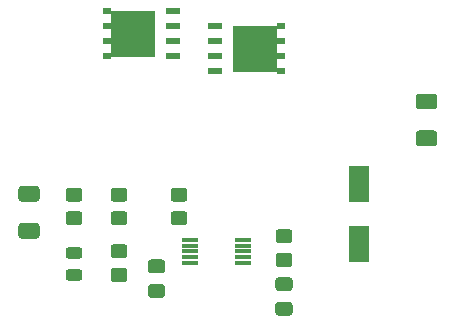
<source format=gbr>
%TF.GenerationSoftware,KiCad,Pcbnew,(5.1.9)-1*%
%TF.CreationDate,2021-10-12T13:38:10+01:00*%
%TF.ProjectId,InlinePowerpoleBOB,496e6c69-6e65-4506-9f77-6572706f6c65,rev?*%
%TF.SameCoordinates,Original*%
%TF.FileFunction,Paste,Top*%
%TF.FilePolarity,Positive*%
%FSLAX46Y46*%
G04 Gerber Fmt 4.6, Leading zero omitted, Abs format (unit mm)*
G04 Created by KiCad (PCBNEW (5.1.9)-1) date 2021-10-12 13:38:10*
%MOMM*%
%LPD*%
G01*
G04 APERTURE LIST*
%ADD10R,3.810000X3.910000*%
%ADD11R,0.710000X0.610000*%
%ADD12R,1.270000X0.610000*%
%ADD13R,1.800000X3.150000*%
%ADD14R,1.425000X0.300000*%
G04 APERTURE END LIST*
D10*
%TO.C,Q2*%
X142930000Y-53975000D03*
D11*
X145190000Y-52070000D03*
X145190000Y-53340000D03*
X145190000Y-54610000D03*
X145190000Y-55880000D03*
D12*
X139570000Y-55880000D03*
X139570000Y-54610000D03*
X139570000Y-53340000D03*
X139570000Y-52070000D03*
%TD*%
D13*
%TO.C,C5*%
X151765000Y-70495000D03*
X151765000Y-65395000D03*
%TD*%
D14*
%TO.C,IC1*%
X141912000Y-70120000D03*
X141912000Y-70620000D03*
X141912000Y-71120000D03*
X141912000Y-71620000D03*
X141912000Y-72120000D03*
X137488000Y-72120000D03*
X137488000Y-71620000D03*
X137488000Y-71120000D03*
X137488000Y-70620000D03*
X137488000Y-70120000D03*
%TD*%
%TO.C,R2*%
G36*
G01*
X130994999Y-72520000D02*
X131895001Y-72520000D01*
G75*
G02*
X132145000Y-72769999I0J-249999D01*
G01*
X132145000Y-73470001D01*
G75*
G02*
X131895001Y-73720000I-249999J0D01*
G01*
X130994999Y-73720000D01*
G75*
G02*
X130745000Y-73470001I0J249999D01*
G01*
X130745000Y-72769999D01*
G75*
G02*
X130994999Y-72520000I249999J0D01*
G01*
G37*
G36*
G01*
X130994999Y-70520000D02*
X131895001Y-70520000D01*
G75*
G02*
X132145000Y-70769999I0J-249999D01*
G01*
X132145000Y-71470001D01*
G75*
G02*
X131895001Y-71720000I-249999J0D01*
G01*
X130994999Y-71720000D01*
G75*
G02*
X130745000Y-71470001I0J249999D01*
G01*
X130745000Y-70769999D01*
G75*
G02*
X130994999Y-70520000I249999J0D01*
G01*
G37*
%TD*%
%TO.C,D1*%
G36*
G01*
X127178750Y-72634500D02*
X128091250Y-72634500D01*
G75*
G02*
X128335000Y-72878250I0J-243750D01*
G01*
X128335000Y-73365750D01*
G75*
G02*
X128091250Y-73609500I-243750J0D01*
G01*
X127178750Y-73609500D01*
G75*
G02*
X126935000Y-73365750I0J243750D01*
G01*
X126935000Y-72878250D01*
G75*
G02*
X127178750Y-72634500I243750J0D01*
G01*
G37*
G36*
G01*
X127178750Y-70759500D02*
X128091250Y-70759500D01*
G75*
G02*
X128335000Y-71003250I0J-243750D01*
G01*
X128335000Y-71490750D01*
G75*
G02*
X128091250Y-71734500I-243750J0D01*
G01*
X127178750Y-71734500D01*
G75*
G02*
X126935000Y-71490750I0J243750D01*
G01*
X126935000Y-71003250D01*
G75*
G02*
X127178750Y-70759500I243750J0D01*
G01*
G37*
%TD*%
D10*
%TO.C,Q1*%
X132660000Y-52705000D03*
D11*
X130400000Y-54610000D03*
X130400000Y-53340000D03*
X130400000Y-52070000D03*
X130400000Y-50800000D03*
D12*
X136020000Y-50800000D03*
X136020000Y-52070000D03*
X136020000Y-53340000D03*
X136020000Y-54610000D03*
%TD*%
%TO.C,R6*%
G36*
G01*
X144964999Y-71250000D02*
X145865001Y-71250000D01*
G75*
G02*
X146115000Y-71499999I0J-249999D01*
G01*
X146115000Y-72200001D01*
G75*
G02*
X145865001Y-72450000I-249999J0D01*
G01*
X144964999Y-72450000D01*
G75*
G02*
X144715000Y-72200001I0J249999D01*
G01*
X144715000Y-71499999D01*
G75*
G02*
X144964999Y-71250000I249999J0D01*
G01*
G37*
G36*
G01*
X144964999Y-69250000D02*
X145865001Y-69250000D01*
G75*
G02*
X146115000Y-69499999I0J-249999D01*
G01*
X146115000Y-70200001D01*
G75*
G02*
X145865001Y-70450000I-249999J0D01*
G01*
X144964999Y-70450000D01*
G75*
G02*
X144715000Y-70200001I0J249999D01*
G01*
X144715000Y-69499999D01*
G75*
G02*
X144964999Y-69250000I249999J0D01*
G01*
G37*
%TD*%
%TO.C,R5*%
G36*
G01*
X127184999Y-67710000D02*
X128085001Y-67710000D01*
G75*
G02*
X128335000Y-67959999I0J-249999D01*
G01*
X128335000Y-68660001D01*
G75*
G02*
X128085001Y-68910000I-249999J0D01*
G01*
X127184999Y-68910000D01*
G75*
G02*
X126935000Y-68660001I0J249999D01*
G01*
X126935000Y-67959999D01*
G75*
G02*
X127184999Y-67710000I249999J0D01*
G01*
G37*
G36*
G01*
X127184999Y-65710000D02*
X128085001Y-65710000D01*
G75*
G02*
X128335000Y-65959999I0J-249999D01*
G01*
X128335000Y-66660001D01*
G75*
G02*
X128085001Y-66910000I-249999J0D01*
G01*
X127184999Y-66910000D01*
G75*
G02*
X126935000Y-66660001I0J249999D01*
G01*
X126935000Y-65959999D01*
G75*
G02*
X127184999Y-65710000I249999J0D01*
G01*
G37*
%TD*%
%TO.C,R3*%
G36*
G01*
X130994999Y-67710000D02*
X131895001Y-67710000D01*
G75*
G02*
X132145000Y-67959999I0J-249999D01*
G01*
X132145000Y-68660001D01*
G75*
G02*
X131895001Y-68910000I-249999J0D01*
G01*
X130994999Y-68910000D01*
G75*
G02*
X130745000Y-68660001I0J249999D01*
G01*
X130745000Y-67959999D01*
G75*
G02*
X130994999Y-67710000I249999J0D01*
G01*
G37*
G36*
G01*
X130994999Y-65710000D02*
X131895001Y-65710000D01*
G75*
G02*
X132145000Y-65959999I0J-249999D01*
G01*
X132145000Y-66660001D01*
G75*
G02*
X131895001Y-66910000I-249999J0D01*
G01*
X130994999Y-66910000D01*
G75*
G02*
X130745000Y-66660001I0J249999D01*
G01*
X130745000Y-65959999D01*
G75*
G02*
X130994999Y-65710000I249999J0D01*
G01*
G37*
%TD*%
%TO.C,R1*%
G36*
G01*
X136074999Y-67710000D02*
X136975001Y-67710000D01*
G75*
G02*
X137225000Y-67959999I0J-249999D01*
G01*
X137225000Y-68660001D01*
G75*
G02*
X136975001Y-68910000I-249999J0D01*
G01*
X136074999Y-68910000D01*
G75*
G02*
X135825000Y-68660001I0J249999D01*
G01*
X135825000Y-67959999D01*
G75*
G02*
X136074999Y-67710000I249999J0D01*
G01*
G37*
G36*
G01*
X136074999Y-65710000D02*
X136975001Y-65710000D01*
G75*
G02*
X137225000Y-65959999I0J-249999D01*
G01*
X137225000Y-66660001D01*
G75*
G02*
X136975001Y-66910000I-249999J0D01*
G01*
X136074999Y-66910000D01*
G75*
G02*
X135825000Y-66660001I0J249999D01*
G01*
X135825000Y-65959999D01*
G75*
G02*
X136074999Y-65710000I249999J0D01*
G01*
G37*
%TD*%
%TO.C,C4*%
G36*
G01*
X144940000Y-75380000D02*
X145890000Y-75380000D01*
G75*
G02*
X146140000Y-75630000I0J-250000D01*
G01*
X146140000Y-76305000D01*
G75*
G02*
X145890000Y-76555000I-250000J0D01*
G01*
X144940000Y-76555000D01*
G75*
G02*
X144690000Y-76305000I0J250000D01*
G01*
X144690000Y-75630000D01*
G75*
G02*
X144940000Y-75380000I250000J0D01*
G01*
G37*
G36*
G01*
X144940000Y-73305000D02*
X145890000Y-73305000D01*
G75*
G02*
X146140000Y-73555000I0J-250000D01*
G01*
X146140000Y-74230000D01*
G75*
G02*
X145890000Y-74480000I-250000J0D01*
G01*
X144940000Y-74480000D01*
G75*
G02*
X144690000Y-74230000I0J250000D01*
G01*
X144690000Y-73555000D01*
G75*
G02*
X144940000Y-73305000I250000J0D01*
G01*
G37*
%TD*%
%TO.C,C3*%
G36*
G01*
X156829998Y-60882500D02*
X158130002Y-60882500D01*
G75*
G02*
X158380000Y-61132498I0J-249998D01*
G01*
X158380000Y-61957502D01*
G75*
G02*
X158130002Y-62207500I-249998J0D01*
G01*
X156829998Y-62207500D01*
G75*
G02*
X156580000Y-61957502I0J249998D01*
G01*
X156580000Y-61132498D01*
G75*
G02*
X156829998Y-60882500I249998J0D01*
G01*
G37*
G36*
G01*
X156829998Y-57757500D02*
X158130002Y-57757500D01*
G75*
G02*
X158380000Y-58007498I0J-249998D01*
G01*
X158380000Y-58832502D01*
G75*
G02*
X158130002Y-59082500I-249998J0D01*
G01*
X156829998Y-59082500D01*
G75*
G02*
X156580000Y-58832502I0J249998D01*
G01*
X156580000Y-58007498D01*
G75*
G02*
X156829998Y-57757500I249998J0D01*
G01*
G37*
%TD*%
%TO.C,C2*%
G36*
G01*
X123174998Y-68718000D02*
X124475002Y-68718000D01*
G75*
G02*
X124725000Y-68967998I0J-249998D01*
G01*
X124725000Y-69793002D01*
G75*
G02*
X124475002Y-70043000I-249998J0D01*
G01*
X123174998Y-70043000D01*
G75*
G02*
X122925000Y-69793002I0J249998D01*
G01*
X122925000Y-68967998D01*
G75*
G02*
X123174998Y-68718000I249998J0D01*
G01*
G37*
G36*
G01*
X123174998Y-65593000D02*
X124475002Y-65593000D01*
G75*
G02*
X124725000Y-65842998I0J-249998D01*
G01*
X124725000Y-66668002D01*
G75*
G02*
X124475002Y-66918000I-249998J0D01*
G01*
X123174998Y-66918000D01*
G75*
G02*
X122925000Y-66668002I0J249998D01*
G01*
X122925000Y-65842998D01*
G75*
G02*
X123174998Y-65593000I249998J0D01*
G01*
G37*
%TD*%
%TO.C,C1*%
G36*
G01*
X134145000Y-73877500D02*
X135095000Y-73877500D01*
G75*
G02*
X135345000Y-74127500I0J-250000D01*
G01*
X135345000Y-74802500D01*
G75*
G02*
X135095000Y-75052500I-250000J0D01*
G01*
X134145000Y-75052500D01*
G75*
G02*
X133895000Y-74802500I0J250000D01*
G01*
X133895000Y-74127500D01*
G75*
G02*
X134145000Y-73877500I250000J0D01*
G01*
G37*
G36*
G01*
X134145000Y-71802500D02*
X135095000Y-71802500D01*
G75*
G02*
X135345000Y-72052500I0J-250000D01*
G01*
X135345000Y-72727500D01*
G75*
G02*
X135095000Y-72977500I-250000J0D01*
G01*
X134145000Y-72977500D01*
G75*
G02*
X133895000Y-72727500I0J250000D01*
G01*
X133895000Y-72052500D01*
G75*
G02*
X134145000Y-71802500I250000J0D01*
G01*
G37*
%TD*%
M02*

</source>
